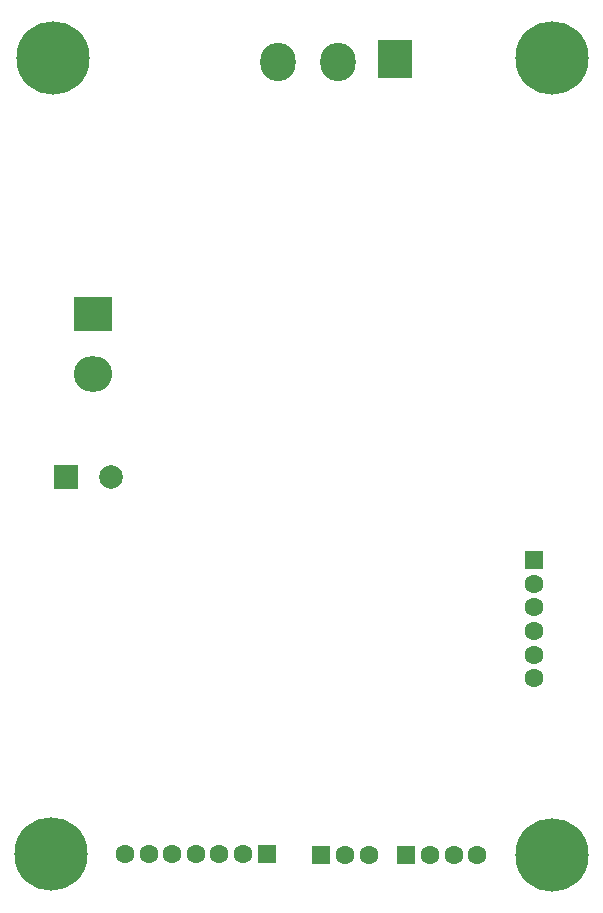
<source format=gbs>
G04*
G04 #@! TF.GenerationSoftware,Altium Limited,Altium Designer,18.1.6 (161)*
G04*
G04 Layer_Color=16711935*
%FSTAX24Y24*%
%MOIN*%
G70*
G01*
G75*
%ADD50C,0.0631*%
%ADD51R,0.0631X0.0631*%
%ADD52C,0.2442*%
%ADD53R,0.0631X0.0631*%
%ADD54R,0.1180X0.1280*%
%ADD55O,0.1180X0.1280*%
%ADD56R,0.1280X0.1180*%
%ADD57O,0.1280X0.1180*%
%ADD58R,0.0789X0.0789*%
%ADD59C,0.0789*%
D50*
X031327Y02107D02*
D03*
X03054D02*
D03*
X027143Y02111D02*
D03*
X026355D02*
D03*
X025568D02*
D03*
X02478D02*
D03*
X023993D02*
D03*
X023206D02*
D03*
X03685Y03011D02*
D03*
Y029323D02*
D03*
Y028535D02*
D03*
Y027748D02*
D03*
Y02696D02*
D03*
X034951Y02107D02*
D03*
X034164D02*
D03*
X033376D02*
D03*
D51*
X029753D02*
D03*
X02793Y02111D02*
D03*
X032589Y02107D02*
D03*
D52*
X0208Y047638D02*
D03*
X03745Y02108D02*
D03*
X02074Y0211D02*
D03*
X037444Y047638D02*
D03*
D53*
X03685Y030897D02*
D03*
D54*
X032215Y047598D02*
D03*
D55*
X030315Y047498D02*
D03*
X028315D02*
D03*
D56*
X02215Y0391D02*
D03*
D57*
Y0371D02*
D03*
D58*
X02123Y03366D02*
D03*
D59*
X02273D02*
D03*
M02*

</source>
